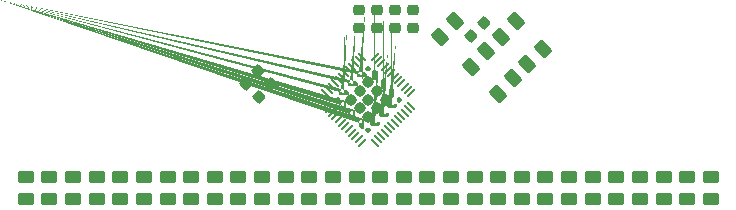
<source format=gtp>
G04 #@! TF.GenerationSoftware,KiCad,Pcbnew,(6.0.10)*
G04 #@! TF.CreationDate,2023-02-04T17:17:42+01:00*
G04 #@! TF.ProjectId,Lumissil_IS31FL3742A_breakout,4c756d69-7373-4696-9c5f-49533331464c,rev?*
G04 #@! TF.SameCoordinates,Original*
G04 #@! TF.FileFunction,Paste,Top*
G04 #@! TF.FilePolarity,Positive*
%FSLAX46Y46*%
G04 Gerber Fmt 4.6, Leading zero omitted, Abs format (unit mm)*
G04 Created by KiCad (PCBNEW (6.0.10)) date 2023-02-04 17:17:42*
%MOMM*%
%LPD*%
G01*
G04 APERTURE LIST*
G04 Aperture macros list*
%AMRoundRect*
0 Rectangle with rounded corners*
0 $1 Rounding radius*
0 $2 $3 $4 $5 $6 $7 $8 $9 X,Y pos of 4 corners*
0 Add a 4 corners polygon primitive as box body*
4,1,4,$2,$3,$4,$5,$6,$7,$8,$9,$2,$3,0*
0 Add four circle primitives for the rounded corners*
1,1,$1+$1,$2,$3*
1,1,$1+$1,$4,$5*
1,1,$1+$1,$6,$7*
1,1,$1+$1,$8,$9*
0 Add four rect primitives between the rounded corners*
20,1,$1+$1,$2,$3,$4,$5,0*
20,1,$1+$1,$4,$5,$6,$7,0*
20,1,$1+$1,$6,$7,$8,$9,0*
20,1,$1+$1,$8,$9,$2,$3,0*%
%AMFreePoly0*
4,1,51,0.048872,0.422275,0.051267,0.422917,0.054937,0.421206,0.074740,0.417714,0.090143,0.404789,0.108363,0.396293,0.184660,0.319997,0.187939,0.315314,0.190087,0.314074,0.191472,0.310268,0.203005,0.293797,0.204757,0.273769,0.211634,0.254875,0.211634,-0.254875,0.210642,-0.260505,0.211284,-0.262901,0.209571,-0.266574,0.206081,-0.286374,0.193157,-0.301774,0.184660,-0.319997,
0.108363,-0.396293,0.103681,-0.399571,0.102440,-0.401722,0.098632,-0.403107,0.082163,-0.414639,0.062135,-0.416391,0.043241,-0.423268,-0.119537,-0.423268,-0.131500,-0.421159,-0.135529,-0.421869,-0.139072,-0.419824,-0.151036,-0.417714,-0.169365,-0.402334,-0.190087,-0.390370,-0.192930,-0.382560,-0.199295,-0.377219,-0.203449,-0.353656,-0.211634,-0.331171,-0.211634,0.331171,-0.209525,0.343134,
-0.210235,0.347163,-0.208190,0.350706,-0.206080,0.362670,-0.190700,0.380999,-0.178736,0.401721,-0.170926,0.404564,-0.165585,0.410929,-0.142022,0.415084,-0.119537,0.423268,0.043241,0.423268,0.048872,0.422275,0.048872,0.422275,$1*%
%AMFreePoly1*
4,1,48,-0.005189,0.208996,0.003245,0.210332,0.025325,0.199082,0.048890,0.191424,0.053909,0.184517,0.061516,0.180641,0.180641,0.061516,0.184517,0.053909,0.191424,0.048890,0.199082,0.025323,0.210331,0.003246,0.208995,-0.005187,0.211634,-0.013308,0.211634,-0.105817,0.206455,-0.121757,0.206455,-0.138516,0.196604,-0.152075,0.191424,-0.168015,0.177866,-0.177866,0.168015,-0.191424,
0.152075,-0.196604,0.138516,-0.206455,0.121757,-0.206455,0.105817,-0.211634,-0.105817,-0.211634,-0.121757,-0.206455,-0.138516,-0.206455,-0.152075,-0.196604,-0.168015,-0.191424,-0.177866,-0.177866,-0.191424,-0.168015,-0.196604,-0.152075,-0.206455,-0.138516,-0.206455,-0.121757,-0.211634,-0.105817,-0.211634,0.105817,-0.206455,0.121757,-0.206455,0.138516,-0.196604,0.152075,-0.191424,0.168015,
-0.177866,0.177866,-0.168015,0.191424,-0.152075,0.196604,-0.138516,0.206455,-0.121757,0.206455,-0.105817,0.211634,-0.013308,0.211634,-0.005189,0.208996,-0.005189,0.208996,$1*%
%AMFreePoly2*
4,1,51,0.343134,0.209525,0.347163,0.210235,0.350706,0.208190,0.362670,0.206080,0.380999,0.190700,0.401721,0.178736,0.404564,0.170926,0.410929,0.165585,0.415084,0.142022,0.423268,0.119537,0.423268,-0.043241,0.422276,-0.048870,0.422918,-0.051267,0.421204,-0.054940,0.417714,-0.074740,0.404791,-0.090140,0.396294,-0.108363,0.319997,-0.184660,0.315315,-0.187937,0.314074,-0.190087,
0.310266,-0.191473,0.293797,-0.203005,0.273769,-0.204757,0.254875,-0.211634,-0.254875,-0.211634,-0.260505,-0.210642,-0.262901,-0.211284,-0.266574,-0.209571,-0.286374,-0.206081,-0.301774,-0.193157,-0.319997,-0.184660,-0.396293,-0.108363,-0.399571,-0.103681,-0.401722,-0.102440,-0.403107,-0.098632,-0.414639,-0.082163,-0.416391,-0.062135,-0.423268,-0.043241,-0.423268,0.119537,-0.421159,0.131500,
-0.421869,0.135529,-0.419824,0.139072,-0.417714,0.151036,-0.402334,0.169365,-0.390370,0.190087,-0.382560,0.192930,-0.377219,0.199295,-0.353656,0.203449,-0.331171,0.211634,0.331171,0.211634,0.343134,0.209525,0.343134,0.209525,$1*%
%AMFreePoly3*
4,1,51,0.260506,0.210641,0.262901,0.211284,0.266571,0.209572,0.286374,0.206081,0.301777,0.193155,0.319997,0.184660,0.396294,0.108363,0.399573,0.103680,0.401722,0.102440,0.403106,0.098634,0.414639,0.082163,0.416391,0.062135,0.423268,0.043241,0.423268,-0.119537,0.421159,-0.131500,0.421869,-0.135529,0.419824,-0.139072,0.417714,-0.151036,0.402334,-0.169365,0.390370,-0.190087,
0.382560,-0.192930,0.377219,-0.199295,0.353656,-0.203449,0.331171,-0.211634,-0.331171,-0.211634,-0.343134,-0.209525,-0.347163,-0.210235,-0.350706,-0.208190,-0.362670,-0.206080,-0.380999,-0.190700,-0.401721,-0.178736,-0.404564,-0.170926,-0.410929,-0.165585,-0.415084,-0.142022,-0.423268,-0.119537,-0.423268,0.043241,-0.422275,0.048872,-0.422917,0.051267,-0.421206,0.054937,-0.417714,0.074740,
-0.404789,0.090143,-0.396293,0.108363,-0.319997,0.184660,-0.315314,0.187939,-0.314074,0.190087,-0.310268,0.191472,-0.293797,0.203005,-0.273769,0.204757,-0.254875,0.211634,0.254875,0.211634,0.260506,0.210641,0.260506,0.210641,$1*%
%AMFreePoly4*
4,1,51,0.131500,0.421159,0.135529,0.421869,0.139072,0.419824,0.151036,0.417714,0.169365,0.402334,0.190087,0.390370,0.192930,0.382560,0.199295,0.377219,0.203449,0.353656,0.211634,0.331171,0.211634,-0.331171,0.209525,-0.343134,0.210235,-0.347163,0.208190,-0.350706,0.206080,-0.362670,0.190700,-0.380999,0.178736,-0.401721,0.170926,-0.404564,0.165585,-0.410929,0.142022,-0.415084,
0.119537,-0.423268,-0.043241,-0.423268,-0.048870,-0.422276,-0.051267,-0.422918,-0.054940,-0.421204,-0.074740,-0.417714,-0.090140,-0.404791,-0.108363,-0.396294,-0.184660,-0.319997,-0.187937,-0.315315,-0.190087,-0.314074,-0.191473,-0.310266,-0.203005,-0.293797,-0.204757,-0.273769,-0.211634,-0.254875,-0.211634,0.254875,-0.210641,0.260506,-0.211284,0.262901,-0.209572,0.266571,-0.206081,0.286374,
-0.193155,0.301777,-0.184660,0.319997,-0.108363,0.396294,-0.103680,0.399573,-0.102440,0.401722,-0.098634,0.403106,-0.082163,0.414639,-0.062135,0.416391,-0.043241,0.423268,0.119537,0.423268,0.131500,0.421159,0.131500,0.421159,$1*%
%AMFreePoly5*
4,1,48,0.121757,0.206455,0.138516,0.206455,0.152075,0.196604,0.168015,0.191424,0.177866,0.177866,0.191424,0.168015,0.196604,0.152075,0.206455,0.138516,0.206455,0.121757,0.211634,0.105817,0.211634,0.013308,0.208995,0.005187,0.210331,-0.003246,0.199082,-0.025323,0.191424,-0.048890,0.184517,-0.053909,0.180641,-0.061516,0.061516,-0.180641,0.053909,-0.184517,0.048890,-0.191424,
0.025325,-0.199082,0.003245,-0.210332,-0.005189,-0.208996,-0.013308,-0.211634,-0.105817,-0.211634,-0.121757,-0.206455,-0.138516,-0.206455,-0.152075,-0.196604,-0.168015,-0.191424,-0.177866,-0.177866,-0.191424,-0.168015,-0.196604,-0.152075,-0.206455,-0.138516,-0.206455,-0.121757,-0.211634,-0.105817,-0.211634,0.105817,-0.206455,0.121757,-0.206455,0.138516,-0.196604,0.152075,-0.191424,0.168015,
-0.177866,0.177866,-0.168015,0.191424,-0.152075,0.196604,-0.138516,0.206455,-0.121757,0.206455,-0.105817,0.211634,0.105817,0.211634,0.121757,0.206455,0.121757,0.206455,$1*%
%AMFreePoly6*
4,1,48,0.121757,0.206455,0.138516,0.206455,0.152075,0.196604,0.168015,0.191424,0.177866,0.177866,0.191424,0.168015,0.196604,0.152075,0.206455,0.138516,0.206455,0.121757,0.211634,0.105817,0.211634,-0.105817,0.206455,-0.121757,0.206455,-0.138516,0.196604,-0.152075,0.191424,-0.168015,0.177866,-0.177866,0.168015,-0.191424,0.152075,-0.196604,0.138516,-0.206455,0.121757,-0.206455,
0.105817,-0.211634,-0.105817,-0.211634,-0.121757,-0.206455,-0.138516,-0.206455,-0.152075,-0.196604,-0.168015,-0.191424,-0.177866,-0.177866,-0.191424,-0.168015,-0.196604,-0.152075,-0.206455,-0.138516,-0.206455,-0.121757,-0.211634,-0.105817,-0.211634,-0.013308,-0.208996,-0.005189,-0.210332,0.003245,-0.199082,0.025325,-0.191424,0.048890,-0.184517,0.053909,-0.180641,0.061516,-0.061516,0.180641,
-0.053909,0.184517,-0.048890,0.191424,-0.025323,0.199082,-0.003246,0.210331,0.005187,0.208995,0.013308,0.211634,0.105817,0.211634,0.121757,0.206455,0.121757,0.206455,$1*%
%AMFreePoly7*
4,1,48,0.121757,0.206455,0.138516,0.206455,0.152075,0.196604,0.168015,0.191424,0.177866,0.177866,0.191424,0.168015,0.196604,0.152075,0.206455,0.138516,0.206455,0.121757,0.211634,0.105817,0.211634,-0.105817,0.206455,-0.121757,0.206455,-0.138516,0.196604,-0.152075,0.191424,-0.168015,0.177866,-0.177866,0.168015,-0.191424,0.152075,-0.196604,0.138516,-0.206455,0.121757,-0.206455,
0.105817,-0.211634,0.013308,-0.211634,0.005187,-0.208995,-0.003246,-0.210331,-0.025323,-0.199082,-0.048890,-0.191424,-0.053909,-0.184517,-0.061516,-0.180641,-0.180641,-0.061516,-0.184517,-0.053909,-0.191424,-0.048890,-0.199082,-0.025325,-0.210332,-0.003245,-0.208996,0.005189,-0.211634,0.013308,-0.211634,0.105817,-0.206455,0.121757,-0.206455,0.138516,-0.196604,0.152075,-0.191424,0.168015,
-0.177866,0.177866,-0.168015,0.191424,-0.152075,0.196604,-0.138516,0.206455,-0.121757,0.206455,-0.105817,0.211634,0.105817,0.211634,0.121757,0.206455,0.121757,0.206455,$1*%
G04 Aperture macros list end*
%ADD10RoundRect,0.250000X-0.450000X0.262500X-0.450000X-0.262500X0.450000X-0.262500X0.450000X0.262500X0*%
%ADD11RoundRect,0.225000X0.250000X-0.225000X0.250000X0.225000X-0.250000X0.225000X-0.250000X-0.225000X0*%
%ADD12RoundRect,0.250000X0.132583X-0.503814X0.503814X-0.132583X-0.132583X0.503814X-0.503814X0.132583X0*%
%ADD13FreePoly0,225.000000*%
%ADD14FreePoly1,225.000000*%
%ADD15FreePoly2,225.000000*%
%ADD16RoundRect,0.211634X0.000000X0.299296X-0.299296X0.000000X0.000000X-0.299296X0.299296X0.000000X0*%
%ADD17FreePoly3,225.000000*%
%ADD18FreePoly4,225.000000*%
%ADD19FreePoly5,225.000000*%
%ADD20FreePoly6,225.000000*%
%ADD21FreePoly7,225.000000*%
%ADD22RoundRect,0.050000X0.229810X0.300520X-0.300520X-0.229810X-0.229810X-0.300520X0.300520X0.229810X0*%
%ADD23RoundRect,0.050000X-0.229810X0.300520X-0.300520X0.229810X0.229810X-0.300520X0.300520X-0.229810X0*%
%ADD24RoundRect,0.250000X-0.132583X0.503814X-0.503814X0.132583X0.132583X-0.503814X0.503814X-0.132583X0*%
%ADD25RoundRect,0.225000X0.017678X-0.335876X0.335876X-0.017678X-0.017678X0.335876X-0.335876X0.017678X0*%
%ADD26RoundRect,0.225000X-0.017678X0.335876X-0.335876X0.017678X0.017678X-0.335876X0.335876X-0.017678X0*%
G04 APERTURE END LIST*
D10*
X83000000Y-50587500D03*
X83000000Y-52412500D03*
X117000000Y-50587500D03*
X117000000Y-52412500D03*
D11*
X91230000Y-37975000D03*
X91230000Y-36425000D03*
X92756666Y-37975000D03*
X92756666Y-36425000D03*
D12*
X102954765Y-43505235D03*
X104245235Y-42214765D03*
D10*
X85000000Y-50587500D03*
X85000000Y-52412500D03*
D12*
X100694765Y-41215235D03*
X101985235Y-39924765D03*
D10*
X115000000Y-50587500D03*
X115000000Y-52412500D03*
X107000000Y-50587500D03*
X107000000Y-52412500D03*
X105000000Y-50587500D03*
X105000000Y-52412500D03*
X75000000Y-50587500D03*
X75000000Y-52412500D03*
D13*
X93299309Y-42700691D03*
D14*
X92000000Y-41401383D03*
D15*
X94041771Y-44556847D03*
D16*
X92000000Y-45484924D03*
D13*
X92556847Y-41958229D03*
D16*
X92742462Y-43257538D03*
D17*
X89958229Y-43443153D03*
D16*
X92742462Y-44742462D03*
D15*
X92556847Y-46041771D03*
D18*
X91443153Y-46041771D03*
D16*
X92000000Y-44000000D03*
X92000000Y-42515076D03*
D15*
X93299309Y-45299309D03*
D16*
X91257538Y-43257538D03*
D13*
X94041771Y-43443153D03*
D18*
X90700691Y-45299309D03*
D17*
X91443153Y-41958229D03*
D18*
X89958229Y-44556847D03*
D19*
X94598617Y-44000000D03*
D16*
X91257538Y-44742462D03*
X93484924Y-44000000D03*
D20*
X89401383Y-44000000D03*
D21*
X92000000Y-46598617D03*
D17*
X90700691Y-42700691D03*
D16*
X90515076Y-44000000D03*
D22*
X95641600Y-43469670D03*
X95358757Y-43186827D03*
X95075914Y-42903984D03*
X94793072Y-42621142D03*
X94510229Y-42338299D03*
X94227386Y-42055456D03*
X93944544Y-41772614D03*
X93661701Y-41489771D03*
X93378858Y-41206928D03*
X93096016Y-40924086D03*
X92813173Y-40641243D03*
X92530330Y-40358400D03*
D23*
X91469670Y-40358400D03*
X91186827Y-40641243D03*
X90903984Y-40924086D03*
X90621142Y-41206928D03*
X90338299Y-41489771D03*
X90055456Y-41772614D03*
X89772614Y-42055456D03*
X89489771Y-42338299D03*
X89206928Y-42621142D03*
X88924086Y-42903984D03*
X88641243Y-43186827D03*
X88358400Y-43469670D03*
D22*
X88358400Y-44530330D03*
X88641243Y-44813173D03*
X88924086Y-45096016D03*
X89206928Y-45378858D03*
X89489771Y-45661701D03*
X89772614Y-45944544D03*
X90055456Y-46227386D03*
X90338299Y-46510229D03*
X90621142Y-46793072D03*
X90903984Y-47075914D03*
X91186827Y-47358757D03*
X91469670Y-47641600D03*
D23*
X92530330Y-47641600D03*
X92813173Y-47358757D03*
X93096016Y-47075914D03*
X93378858Y-46793072D03*
X93661701Y-46510229D03*
X93944544Y-46227386D03*
X94227386Y-45944544D03*
X94510229Y-45661701D03*
X94793072Y-45378858D03*
X95075914Y-45096016D03*
X95358757Y-44813173D03*
X95641600Y-44530330D03*
D12*
X98044765Y-38675235D03*
X99335235Y-37384765D03*
D24*
X106760470Y-39699530D03*
X105470000Y-40990000D03*
D12*
X103199765Y-38675235D03*
X104490235Y-37384765D03*
D10*
X95000000Y-50587500D03*
X95000000Y-52412500D03*
D25*
X100719492Y-38578008D03*
X101815508Y-37481992D03*
D10*
X89000000Y-50587500D03*
X89000000Y-52412500D03*
X93000000Y-50587500D03*
X93000000Y-52412500D03*
D11*
X95810000Y-37975000D03*
X95810000Y-36425000D03*
D10*
X69000000Y-50587500D03*
X69000000Y-52412500D03*
X99000000Y-50587500D03*
X99000000Y-52412500D03*
X91000000Y-50587500D03*
X91000000Y-52412500D03*
X87000000Y-50587500D03*
X87000000Y-52412500D03*
X101000000Y-50587500D03*
X101000000Y-52412500D03*
X109000000Y-50587500D03*
X109000000Y-52412500D03*
X111000000Y-50587500D03*
X111000000Y-52412500D03*
D26*
X83798008Y-42701992D03*
X82701992Y-43798008D03*
D10*
X71000000Y-50587500D03*
X71000000Y-52412500D03*
X67000000Y-50587500D03*
X67000000Y-52412500D03*
X81000000Y-50587500D03*
X81000000Y-52412500D03*
X65000000Y-50587500D03*
X65000000Y-52412500D03*
X97000000Y-50587500D03*
X97000000Y-52412500D03*
X79000000Y-50587500D03*
X79000000Y-52412500D03*
D11*
X94283332Y-37975000D03*
X94283332Y-36425000D03*
D10*
X121000000Y-50587500D03*
X121000000Y-52412500D03*
X73000000Y-50587500D03*
X73000000Y-52412500D03*
X119000000Y-50587500D03*
X119000000Y-52412500D03*
D26*
X82698008Y-41601992D03*
X81601992Y-42698008D03*
D10*
X63000000Y-50587500D03*
X63000000Y-52412500D03*
X113000000Y-50587500D03*
X113000000Y-52412500D03*
X77000000Y-50587500D03*
X77000000Y-52412500D03*
X103000000Y-50587500D03*
X103000000Y-52412500D03*
M02*

</source>
